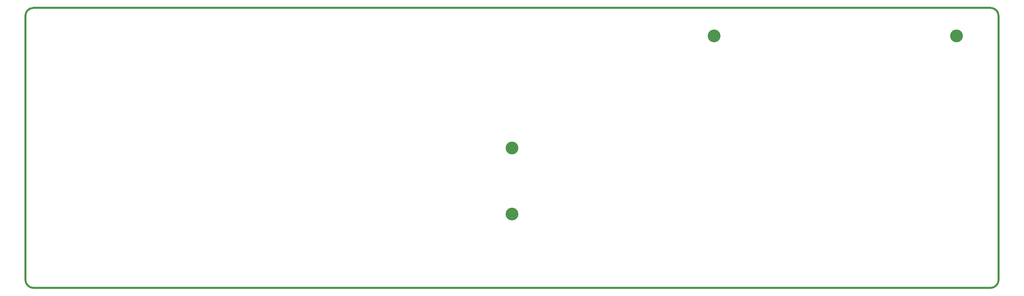
<source format=gts>
G04*
G04 #@! TF.GenerationSoftware,Altium Limited,Altium Designer,22.6.1 (34)*
G04*
G04 Layer_Color=8388736*
%FSLAX43Y43*%
%MOMM*%
G71*
G04*
G04 #@! TF.SameCoordinates,AFDAA29C-E837-460D-B76C-917A312899C1*
G04*
G04*
G04 #@! TF.FilePolarity,Negative*
G04*
G01*
G75*
%ADD10C,0.500*%
%ADD11C,3.200*%
D10*
X328000Y158012D02*
G03*
X326000Y160012I-2000J0D01*
G01*
X326000Y90000D02*
G03*
X328000Y92000I0J2000D01*
G01*
X85002Y92056D02*
G03*
X87072Y89987I2069J0D01*
G01*
X87000Y160000D02*
G03*
X85000Y158000I0J-2000D01*
G01*
X87000Y160000D02*
X326000D01*
X328000Y158012D02*
X328000Y92000D01*
X326000Y89987D02*
Y90000D01*
X87072Y89987D02*
X326000D01*
X85002Y92056D02*
X85002Y158000D01*
D11*
X206500Y108500D02*
D03*
Y125000D02*
D03*
X257000Y153000D02*
D03*
X317500D02*
D03*
M02*

</source>
